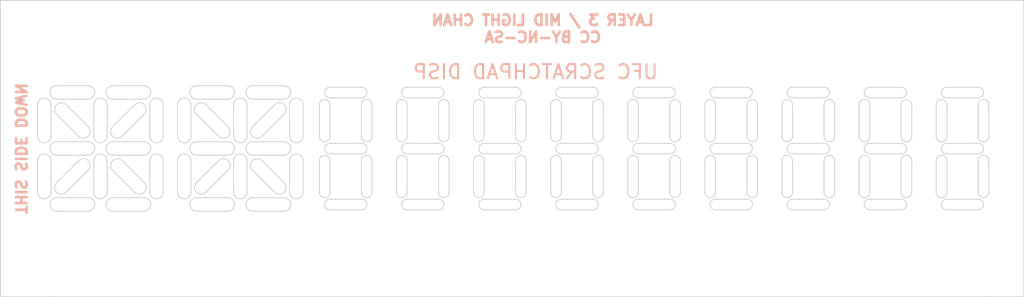
<source format=kicad_pcb>
(kicad_pcb (version 20171130) (host pcbnew "(5.1.9)-1")

  (general
    (thickness 1.6)
    (drawings 391)
    (tracks 0)
    (zones 0)
    (modules 0)
    (nets 1)
  )

  (page A4)
  (layers
    (0 F.Cu signal)
    (31 B.Cu signal)
    (32 B.Adhes user)
    (33 F.Adhes user)
    (34 B.Paste user)
    (35 F.Paste user)
    (36 B.SilkS user)
    (37 F.SilkS user)
    (38 B.Mask user)
    (39 F.Mask user)
    (40 Dwgs.User user)
    (41 Cmts.User user)
    (42 Eco1.User user)
    (43 Eco2.User user)
    (44 Edge.Cuts user)
    (45 Margin user)
    (46 B.CrtYd user)
    (47 F.CrtYd user)
    (48 B.Fab user)
    (49 F.Fab user)
  )

  (setup
    (last_trace_width 0.25)
    (user_trace_width 0.1524)
    (user_trace_width 0.2032)
    (user_trace_width 0.3048)
    (user_trace_width 0.4572)
    (user_trace_width 0.1524)
    (user_trace_width 0.2032)
    (user_trace_width 0.3048)
    (user_trace_width 0.4572)
    (user_trace_width 0.1524)
    (user_trace_width 0.2032)
    (user_trace_width 0.3048)
    (user_trace_width 0.4572)
    (user_trace_width 0.1524)
    (user_trace_width 0.2032)
    (user_trace_width 0.3048)
    (user_trace_width 0.4572)
    (user_trace_width 0.1524)
    (user_trace_width 0.2032)
    (user_trace_width 0.3048)
    (user_trace_width 0.4572)
    (user_trace_width 0.1524)
    (user_trace_width 0.2032)
    (user_trace_width 0.3048)
    (user_trace_width 0.4572)
    (user_trace_width 0.1524)
    (user_trace_width 0.2032)
    (user_trace_width 0.3048)
    (user_trace_width 0.4572)
    (user_trace_width 0.1524)
    (user_trace_width 0.2032)
    (user_trace_width 0.3048)
    (user_trace_width 0.4572)
    (user_trace_width 0.1524)
    (user_trace_width 0.2032)
    (user_trace_width 0.3048)
    (user_trace_width 0.4572)
    (user_trace_width 0.1524)
    (user_trace_width 0.2032)
    (user_trace_width 0.3048)
    (user_trace_width 0.4572)
    (user_trace_width 0.1524)
    (user_trace_width 0.2032)
    (user_trace_width 0.3048)
    (user_trace_width 0.4572)
    (user_trace_width 0.1524)
    (user_trace_width 0.2032)
    (user_trace_width 0.3048)
    (user_trace_width 0.4572)
    (user_trace_width 0.1524)
    (user_trace_width 0.2032)
    (user_trace_width 0.3048)
    (user_trace_width 0.4572)
    (user_trace_width 0.1524)
    (user_trace_width 0.2032)
    (user_trace_width 0.3048)
    (user_trace_width 0.4572)
    (user_trace_width 0.1524)
    (user_trace_width 0.2032)
    (user_trace_width 0.3048)
    (user_trace_width 0.4572)
    (user_trace_width 0.1524)
    (user_trace_width 0.2032)
    (user_trace_width 0.3048)
    (user_trace_width 0.4572)
    (user_trace_width 0.1524)
    (user_trace_width 0.2032)
    (user_trace_width 0.3048)
    (user_trace_width 0.4572)
    (user_trace_width 0.1524)
    (user_trace_width 0.2032)
    (user_trace_width 0.3048)
    (user_trace_width 0.4572)
    (user_trace_width 0.1524)
    (user_trace_width 0.2032)
    (user_trace_width 0.3048)
    (user_trace_width 0.4572)
    (user_trace_width 0.1524)
    (user_trace_width 0.2032)
    (user_trace_width 0.3048)
    (user_trace_width 0.4572)
    (user_trace_width 0.1524)
    (user_trace_width 0.2032)
    (user_trace_width 0.3048)
    (user_trace_width 0.4572)
    (user_trace_width 0.1524)
    (user_trace_width 0.2032)
    (user_trace_width 0.3048)
    (user_trace_width 0.4572)
    (user_trace_width 0.1524)
    (user_trace_width 0.2032)
    (user_trace_width 0.3048)
    (user_trace_width 0.4572)
    (user_trace_width 0.1524)
    (user_trace_width 0.2032)
    (user_trace_width 0.3048)
    (user_trace_width 0.4572)
    (trace_clearance 0.2)
    (zone_clearance 0.508)
    (zone_45_only no)
    (trace_min 0.127)
    (via_size 0.8)
    (via_drill 0.4)
    (via_min_size 0.45)
    (via_min_drill 0.2)
    (user_via 0.45 0.2)
    (user_via 0.45 0.2)
    (user_via 0.45 0.2)
    (user_via 0.45 0.2)
    (user_via 0.45 0.2)
    (user_via 0.45 0.2)
    (user_via 0.45 0.2)
    (user_via 0.45 0.2)
    (user_via 0.45 0.2)
    (user_via 0.45 0.2)
    (user_via 0.45 0.2)
    (user_via 0.45 0.2)
    (user_via 0.45 0.2)
    (user_via 0.45 0.2)
    (user_via 0.45 0.2)
    (user_via 0.45 0.2)
    (user_via 0.45 0.2)
    (user_via 0.45 0.2)
    (user_via 0.45 0.2)
    (user_via 0.45 0.2)
    (user_via 0.45 0.2)
    (user_via 0.45 0.2)
    (user_via 0.45 0.2)
    (user_via 0.45 0.2)
    (uvia_size 0.3)
    (uvia_drill 0.1)
    (uvias_allowed no)
    (uvia_min_size 0.2)
    (uvia_min_drill 0.1)
    (edge_width 0.05)
    (segment_width 0.2)
    (pcb_text_width 0.3)
    (pcb_text_size 1.5 1.5)
    (mod_edge_width 0.12)
    (mod_text_size 1 1)
    (mod_text_width 0.15)
    (pad_size 0.59 0.64)
    (pad_drill 0)
    (pad_to_mask_clearance 0.051)
    (solder_mask_min_width 0.25)
    (aux_axis_origin 147.6375 118.042)
    (grid_origin 147.6375 118.042)
    (visible_elements 7FFFF7DF)
    (pcbplotparams
      (layerselection 0x010fc_ffffffff)
      (usegerberextensions false)
      (usegerberattributes false)
      (usegerberadvancedattributes false)
      (creategerberjobfile true)
      (excludeedgelayer true)
      (linewidth 0.100000)
      (plotframeref false)
      (viasonmask false)
      (mode 1)
      (useauxorigin false)
      (hpglpennumber 1)
      (hpglpenspeed 20)
      (hpglpendiameter 15.000000)
      (psnegative false)
      (psa4output false)
      (plotreference true)
      (plotvalue true)
      (plotinvisibletext false)
      (padsonsilk false)
      (subtractmaskfromsilk false)
      (outputformat 1)
      (mirror false)
      (drillshape 0)
      (scaleselection 1)
      (outputdirectory "../Gerbers/Display layers/Scratchpad layer 3/"))
  )

  (net 0 "")

  (net_class Default "This is the default net class."
    (clearance 0.2)
    (trace_width 0.25)
    (via_dia 0.8)
    (via_drill 0.4)
    (uvia_dia 0.3)
    (uvia_drill 0.1)
  )

  (gr_arc (start 119.928618 89.038382) (end 120.198026 89.30779) (angle -180) (layer Edge.Cuts) (width 0.05) (tstamp 5FBF1AC9))
  (gr_line (start 115.225 96.484) (end 118.175 96.484) (layer Edge.Cuts) (width 0.05) (tstamp 60A062DC))
  (gr_line (start 115.225 79.684) (end 115.225 96.484) (layer Edge.Cuts) (width 0.05))
  (gr_line (start 139.375 79.684) (end 152.375 79.684) (layer Edge.Cuts) (width 0.05))
  (gr_line (start 173.175 96.484) (end 171.025 96.484) (layer Edge.Cuts) (width 0.05) (tstamp 60A062CF))
  (gr_line (start 173.175 79.684) (end 173.175 96.484) (layer Edge.Cuts) (width 0.05))
  (gr_line (start 118.175 96.484) (end 171.025 96.484) (layer Edge.Cuts) (width 0.05))
  (gr_line (start 152.375 79.684) (end 173.175 79.684) (layer Edge.Cuts) (width 0.05))
  (gr_line (start 115.225 79.684) (end 139.375 79.684) (layer Edge.Cuts) (width 0.05))
  (gr_text "THIS SIDE DOWN" (at 116.375 88.084 270) (layer B.SilkS) (tstamp 5FBEDFAE)
    (effects (font (size 0.6 0.6) (thickness 0.15)) (justify mirror))
  )
  (gr_text "UFC SCRATCHPAD DISP\n" (at 145.525 83.734) (layer B.SilkS) (tstamp 5FBEE532)
    (effects (font (size 0.8 0.8) (thickness 0.12)) (justify mirror))
  )
  (gr_text "LAYER 3 / MID LIGHT CHAN\nCC BY-NC-SA" (at 145.9375 81.292) (layer B.SilkS) (tstamp 5FBEE558)
    (effects (font (size 0.6 0.6) (thickness 0.15)) (justify mirror))
  )
  (gr_arc (start 170.606125 91.259) (end 170.606125 91.559) (angle -180) (layer Edge.Cuts) (width 0.05) (tstamp 5FBFA3D7))
  (gr_arc (start 166.240125 91.259) (end 166.240125 91.559) (angle -180) (layer Edge.Cuts) (width 0.05) (tstamp 5FBFA3D5))
  (gr_arc (start 161.874125 91.259) (end 161.874125 91.559) (angle -180) (layer Edge.Cuts) (width 0.05) (tstamp 5FBFA3D3))
  (gr_arc (start 157.508125 91.259) (end 157.508125 91.559) (angle -180) (layer Edge.Cuts) (width 0.05) (tstamp 5FBFA3D1))
  (gr_arc (start 153.142125 91.259) (end 153.142125 91.559) (angle -180) (layer Edge.Cuts) (width 0.05) (tstamp 5FBFA3CF))
  (gr_arc (start 148.776125 91.259) (end 148.776125 91.559) (angle -180) (layer Edge.Cuts) (width 0.05) (tstamp 5FBFA3CD))
  (gr_arc (start 144.410125 91.259) (end 144.410125 91.559) (angle -180) (layer Edge.Cuts) (width 0.05) (tstamp 5FBFA3CB))
  (gr_arc (start 140.044125 91.259) (end 140.044125 91.559) (angle -180) (layer Edge.Cuts) (width 0.05) (tstamp 5FBFA3C9))
  (gr_line (start 170.606125 84.609) (end 168.806125 84.609) (layer Edge.Cuts) (width 0.05) (tstamp 5FBFA3C6))
  (gr_line (start 166.240125 84.609) (end 164.440125 84.609) (layer Edge.Cuts) (width 0.05) (tstamp 5FBFA3C4))
  (gr_line (start 161.874125 84.609) (end 160.074125 84.609) (layer Edge.Cuts) (width 0.05) (tstamp 5FBFA3C2))
  (gr_line (start 157.508125 84.609) (end 155.708125 84.609) (layer Edge.Cuts) (width 0.05) (tstamp 5FBFA3C0))
  (gr_line (start 153.142125 84.609) (end 151.342125 84.609) (layer Edge.Cuts) (width 0.05) (tstamp 5FBFA3BE))
  (gr_line (start 148.776125 84.609) (end 146.976125 84.609) (layer Edge.Cuts) (width 0.05) (tstamp 5FBFA3BC))
  (gr_line (start 144.410125 84.609) (end 142.610125 84.609) (layer Edge.Cuts) (width 0.05) (tstamp 5FBFA3BA))
  (gr_line (start 140.044125 84.609) (end 138.244125 84.609) (layer Edge.Cuts) (width 0.05) (tstamp 5FBFA3B8))
  (gr_arc (start 170.606125 88.089) (end 170.606125 88.389) (angle -180) (layer Edge.Cuts) (width 0.05) (tstamp 5FBFA3B5))
  (gr_arc (start 166.240125 88.089) (end 166.240125 88.389) (angle -180) (layer Edge.Cuts) (width 0.05) (tstamp 5FBFA3B3))
  (gr_arc (start 161.874125 88.089) (end 161.874125 88.389) (angle -180) (layer Edge.Cuts) (width 0.05) (tstamp 5FBFA3B1))
  (gr_arc (start 157.508125 88.089) (end 157.508125 88.389) (angle -180) (layer Edge.Cuts) (width 0.05) (tstamp 5FBFA3AF))
  (gr_arc (start 153.142125 88.089) (end 153.142125 88.389) (angle -180) (layer Edge.Cuts) (width 0.05) (tstamp 5FBFA3AD))
  (gr_arc (start 148.776125 88.089) (end 148.776125 88.389) (angle -180) (layer Edge.Cuts) (width 0.05) (tstamp 5FBFA3AB))
  (gr_arc (start 144.410125 88.089) (end 144.410125 88.389) (angle -180) (layer Edge.Cuts) (width 0.05) (tstamp 5FBFA3A9))
  (gr_arc (start 140.044125 88.089) (end 140.044125 88.389) (angle -180) (layer Edge.Cuts) (width 0.05) (tstamp 5FBFA3A7))
  (gr_line (start 168.216125 85.599) (end 168.216125 87.399) (layer Edge.Cuts) (width 0.05) (tstamp 5FBFA393))
  (gr_line (start 163.850125 85.599) (end 163.850125 87.399) (layer Edge.Cuts) (width 0.05) (tstamp 5FBFA391))
  (gr_line (start 159.484125 85.599) (end 159.484125 87.399) (layer Edge.Cuts) (width 0.05) (tstamp 5FBFA38F))
  (gr_line (start 155.118125 85.599) (end 155.118125 87.399) (layer Edge.Cuts) (width 0.05) (tstamp 5FBFA38D))
  (gr_line (start 150.752125 85.599) (end 150.752125 87.399) (layer Edge.Cuts) (width 0.05) (tstamp 5FBFA38B))
  (gr_line (start 146.386125 85.599) (end 146.386125 87.399) (layer Edge.Cuts) (width 0.05) (tstamp 5FBFA389))
  (gr_line (start 142.020125 85.599) (end 142.020125 87.399) (layer Edge.Cuts) (width 0.05) (tstamp 5FBFA387))
  (gr_line (start 137.654125 85.599) (end 137.654125 87.399) (layer Edge.Cuts) (width 0.05) (tstamp 5FBFA385))
  (gr_line (start 171.196125 87.399) (end 171.196125 85.599) (layer Edge.Cuts) (width 0.05) (tstamp 5FBFA382))
  (gr_line (start 166.830125 87.399) (end 166.830125 85.599) (layer Edge.Cuts) (width 0.05) (tstamp 5FBFA380))
  (gr_line (start 162.464125 87.399) (end 162.464125 85.599) (layer Edge.Cuts) (width 0.05) (tstamp 5FBFA37E))
  (gr_line (start 158.098125 87.399) (end 158.098125 85.599) (layer Edge.Cuts) (width 0.05) (tstamp 5FBFA37C))
  (gr_line (start 153.732125 87.399) (end 153.732125 85.599) (layer Edge.Cuts) (width 0.05) (tstamp 5FBFA37A))
  (gr_line (start 149.366125 87.399) (end 149.366125 85.599) (layer Edge.Cuts) (width 0.05) (tstamp 5FBFA378))
  (gr_line (start 145.000125 87.399) (end 145.000125 85.599) (layer Edge.Cuts) (width 0.05) (tstamp 5FBFA376))
  (gr_line (start 140.634125 87.399) (end 140.634125 85.599) (layer Edge.Cuts) (width 0.05) (tstamp 5FBFA374))
  (gr_arc (start 170.896125 90.569) (end 170.596125 90.569) (angle -180) (layer Edge.Cuts) (width 0.05) (tstamp 5FBFA371))
  (gr_arc (start 166.530125 90.569) (end 166.230125 90.569) (angle -180) (layer Edge.Cuts) (width 0.05) (tstamp 5FBFA36F))
  (gr_arc (start 162.164125 90.569) (end 161.864125 90.569) (angle -180) (layer Edge.Cuts) (width 0.05) (tstamp 5FBFA36D))
  (gr_arc (start 157.798125 90.569) (end 157.498125 90.569) (angle -180) (layer Edge.Cuts) (width 0.05) (tstamp 5FBFA36B))
  (gr_arc (start 153.432125 90.569) (end 153.132125 90.569) (angle -180) (layer Edge.Cuts) (width 0.05) (tstamp 5FBFA369))
  (gr_arc (start 149.066125 90.569) (end 148.766125 90.569) (angle -180) (layer Edge.Cuts) (width 0.05) (tstamp 5FBFA367))
  (gr_arc (start 144.700125 90.569) (end 144.400125 90.569) (angle -180) (layer Edge.Cuts) (width 0.05) (tstamp 5FBFA365))
  (gr_arc (start 140.334125 90.569) (end 140.034125 90.569) (angle -180) (layer Edge.Cuts) (width 0.05) (tstamp 5FBFA363))
  (gr_line (start 168.806125 88.389) (end 170.606125 88.389) (layer Edge.Cuts) (width 0.05) (tstamp 5FBFA33E))
  (gr_line (start 164.440125 88.389) (end 166.240125 88.389) (layer Edge.Cuts) (width 0.05) (tstamp 5FBFA33C))
  (gr_line (start 160.074125 88.389) (end 161.874125 88.389) (layer Edge.Cuts) (width 0.05) (tstamp 5FBFA33A))
  (gr_line (start 155.708125 88.389) (end 157.508125 88.389) (layer Edge.Cuts) (width 0.05) (tstamp 5FBFA338))
  (gr_line (start 151.342125 88.389) (end 153.142125 88.389) (layer Edge.Cuts) (width 0.05) (tstamp 5FBFA336))
  (gr_line (start 146.976125 88.389) (end 148.776125 88.389) (layer Edge.Cuts) (width 0.05) (tstamp 5FBFA334))
  (gr_line (start 142.610125 88.389) (end 144.410125 88.389) (layer Edge.Cuts) (width 0.05) (tstamp 5FBFA332))
  (gr_line (start 138.244125 88.389) (end 140.044125 88.389) (layer Edge.Cuts) (width 0.05) (tstamp 5FBFA330))
  (gr_line (start 168.816125 90.569) (end 168.816125 88.769) (layer Edge.Cuts) (width 0.05) (tstamp 5FBFA32D))
  (gr_line (start 164.450125 90.569) (end 164.450125 88.769) (layer Edge.Cuts) (width 0.05) (tstamp 5FBFA32B))
  (gr_line (start 160.084125 90.569) (end 160.084125 88.769) (layer Edge.Cuts) (width 0.05) (tstamp 5FBFA329))
  (gr_line (start 155.718125 90.569) (end 155.718125 88.769) (layer Edge.Cuts) (width 0.05) (tstamp 5FBFA327))
  (gr_line (start 151.352125 90.569) (end 151.352125 88.769) (layer Edge.Cuts) (width 0.05) (tstamp 5FBFA325))
  (gr_line (start 146.986125 90.569) (end 146.986125 88.769) (layer Edge.Cuts) (width 0.05) (tstamp 5FBFA323))
  (gr_line (start 142.620125 90.569) (end 142.620125 88.769) (layer Edge.Cuts) (width 0.05) (tstamp 5FBFA321))
  (gr_line (start 138.254125 90.569) (end 138.254125 88.769) (layer Edge.Cuts) (width 0.05) (tstamp 5FBFA31F))
  (gr_arc (start 168.516125 90.569) (end 168.216125 90.569) (angle -180) (layer Edge.Cuts) (width 0.05) (tstamp 5FBFA31C))
  (gr_arc (start 164.150125 90.569) (end 163.850125 90.569) (angle -180) (layer Edge.Cuts) (width 0.05) (tstamp 5FBFA31A))
  (gr_arc (start 159.784125 90.569) (end 159.484125 90.569) (angle -180) (layer Edge.Cuts) (width 0.05) (tstamp 5FBFA318))
  (gr_arc (start 155.418125 90.569) (end 155.118125 90.569) (angle -180) (layer Edge.Cuts) (width 0.05) (tstamp 5FBFA316))
  (gr_arc (start 151.052125 90.569) (end 150.752125 90.569) (angle -180) (layer Edge.Cuts) (width 0.05) (tstamp 5FBFA314))
  (gr_arc (start 146.686125 90.569) (end 146.386125 90.569) (angle -180) (layer Edge.Cuts) (width 0.05) (tstamp 5FBFA312))
  (gr_arc (start 142.320125 90.569) (end 142.020125 90.569) (angle -180) (layer Edge.Cuts) (width 0.05) (tstamp 5FBFA310))
  (gr_arc (start 137.954125 90.569) (end 137.654125 90.569) (angle -180) (layer Edge.Cuts) (width 0.05) (tstamp 5FBFA30E))
  (gr_arc (start 170.606125 84.909) (end 170.606125 85.209) (angle -180) (layer Edge.Cuts) (width 0.05) (tstamp 5FBFA30B))
  (gr_arc (start 166.240125 84.909) (end 166.240125 85.209) (angle -180) (layer Edge.Cuts) (width 0.05) (tstamp 5FBFA309))
  (gr_arc (start 161.874125 84.909) (end 161.874125 85.209) (angle -180) (layer Edge.Cuts) (width 0.05) (tstamp 5FBFA307))
  (gr_arc (start 157.508125 84.909) (end 157.508125 85.209) (angle -180) (layer Edge.Cuts) (width 0.05) (tstamp 5FBFA305))
  (gr_arc (start 153.142125 84.909) (end 153.142125 85.209) (angle -180) (layer Edge.Cuts) (width 0.05) (tstamp 5FBFA303))
  (gr_arc (start 148.776125 84.909) (end 148.776125 85.209) (angle -180) (layer Edge.Cuts) (width 0.05) (tstamp 5FBFA301))
  (gr_arc (start 144.410125 84.909) (end 144.410125 85.209) (angle -180) (layer Edge.Cuts) (width 0.05) (tstamp 5FBFA2FF))
  (gr_arc (start 140.044125 84.909) (end 140.044125 85.209) (angle -180) (layer Edge.Cuts) (width 0.05) (tstamp 5FBFA2FD))
  (gr_arc (start 168.516125 87.399) (end 168.216125 87.399) (angle -180) (layer Edge.Cuts) (width 0.05) (tstamp 5FBFA2FA))
  (gr_arc (start 164.150125 87.399) (end 163.850125 87.399) (angle -180) (layer Edge.Cuts) (width 0.05) (tstamp 5FBFA2F8))
  (gr_arc (start 159.784125 87.399) (end 159.484125 87.399) (angle -180) (layer Edge.Cuts) (width 0.05) (tstamp 5FBFA2F6))
  (gr_arc (start 155.418125 87.399) (end 155.118125 87.399) (angle -180) (layer Edge.Cuts) (width 0.05) (tstamp 5FBFA2F4))
  (gr_arc (start 151.052125 87.399) (end 150.752125 87.399) (angle -180) (layer Edge.Cuts) (width 0.05) (tstamp 5FBFA2F2))
  (gr_arc (start 146.686125 87.399) (end 146.386125 87.399) (angle -180) (layer Edge.Cuts) (width 0.05) (tstamp 5FBFA2F0))
  (gr_arc (start 142.320125 87.399) (end 142.020125 87.399) (angle -180) (layer Edge.Cuts) (width 0.05) (tstamp 5FBFA2EE))
  (gr_arc (start 137.954125 87.399) (end 137.654125 87.399) (angle -180) (layer Edge.Cuts) (width 0.05) (tstamp 5FBFA2EC))
  (gr_line (start 171.196125 90.569) (end 171.196125 88.769) (layer Edge.Cuts) (width 0.05) (tstamp 5FBFA2E9))
  (gr_line (start 166.830125 90.569) (end 166.830125 88.769) (layer Edge.Cuts) (width 0.05) (tstamp 5FBFA2E7))
  (gr_line (start 162.464125 90.569) (end 162.464125 88.769) (layer Edge.Cuts) (width 0.05) (tstamp 5FBFA2E5))
  (gr_line (start 158.098125 90.569) (end 158.098125 88.769) (layer Edge.Cuts) (width 0.05) (tstamp 5FBFA2E3))
  (gr_line (start 153.732125 90.569) (end 153.732125 88.769) (layer Edge.Cuts) (width 0.05) (tstamp 5FBFA2E1))
  (gr_line (start 149.366125 90.569) (end 149.366125 88.769) (layer Edge.Cuts) (width 0.05) (tstamp 5FBFA2DF))
  (gr_line (start 145.000125 90.569) (end 145.000125 88.769) (layer Edge.Cuts) (width 0.05) (tstamp 5FBFA2DD))
  (gr_line (start 140.634125 90.569) (end 140.634125 88.769) (layer Edge.Cuts) (width 0.05) (tstamp 5FBFA2DB))
  (gr_arc (start 168.806125 91.259) (end 168.806125 90.959) (angle -180) (layer Edge.Cuts) (width 0.05) (tstamp 5FBFA2D8))
  (gr_arc (start 164.440125 91.259) (end 164.440125 90.959) (angle -180) (layer Edge.Cuts) (width 0.05) (tstamp 5FBFA2D6))
  (gr_arc (start 160.074125 91.259) (end 160.074125 90.959) (angle -180) (layer Edge.Cuts) (width 0.05) (tstamp 5FBFA2D4))
  (gr_arc (start 155.708125 91.259) (end 155.708125 90.959) (angle -180) (layer Edge.Cuts) (width 0.05) (tstamp 5FBFA2D2))
  (gr_arc (start 151.342125 91.259) (end 151.342125 90.959) (angle -180) (layer Edge.Cuts) (width 0.05) (tstamp 5FBFA2D0))
  (gr_arc (start 146.976125 91.259) (end 146.976125 90.959) (angle -180) (layer Edge.Cuts) (width 0.05) (tstamp 5FBFA2CE))
  (gr_arc (start 142.610125 91.259) (end 142.610125 90.959) (angle -180) (layer Edge.Cuts) (width 0.05) (tstamp 5FBFA2CC))
  (gr_arc (start 138.244125 91.259) (end 138.244125 90.959) (angle -180) (layer Edge.Cuts) (width 0.05) (tstamp 5FBFA2CA))
  (gr_line (start 168.806125 91.559) (end 170.606125 91.559) (layer Edge.Cuts) (width 0.05) (tstamp 5FBFA2C7))
  (gr_line (start 164.440125 91.559) (end 166.240125 91.559) (layer Edge.Cuts) (width 0.05) (tstamp 5FBFA2C5))
  (gr_line (start 160.074125 91.559) (end 161.874125 91.559) (layer Edge.Cuts) (width 0.05) (tstamp 5FBFA2C3))
  (gr_line (start 155.708125 91.559) (end 157.508125 91.559) (layer Edge.Cuts) (width 0.05) (tstamp 5FBFA2C1))
  (gr_line (start 151.342125 91.559) (end 153.142125 91.559) (layer Edge.Cuts) (width 0.05) (tstamp 5FBFA2BF))
  (gr_line (start 146.976125 91.559) (end 148.776125 91.559) (layer Edge.Cuts) (width 0.05) (tstamp 5FBFA2BD))
  (gr_line (start 142.610125 91.559) (end 144.410125 91.559) (layer Edge.Cuts) (width 0.05) (tstamp 5FBFA2BB))
  (gr_line (start 138.244125 91.559) (end 140.044125 91.559) (layer Edge.Cuts) (width 0.05) (tstamp 5FBFA2B9))
  (gr_arc (start 168.516125 85.599) (end 168.816125 85.599) (angle -180) (layer Edge.Cuts) (width 0.05) (tstamp 5FBFA2B6))
  (gr_arc (start 164.150125 85.599) (end 164.450125 85.599) (angle -180) (layer Edge.Cuts) (width 0.05) (tstamp 5FBFA2B4))
  (gr_arc (start 159.784125 85.599) (end 160.084125 85.599) (angle -180) (layer Edge.Cuts) (width 0.05) (tstamp 5FBFA2B2))
  (gr_arc (start 155.418125 85.599) (end 155.718125 85.599) (angle -180) (layer Edge.Cuts) (width 0.05) (tstamp 5FBFA2B0))
  (gr_arc (start 151.052125 85.599) (end 151.352125 85.599) (angle -180) (layer Edge.Cuts) (width 0.05) (tstamp 5FBFA2AE))
  (gr_arc (start 146.686125 85.599) (end 146.986125 85.599) (angle -180) (layer Edge.Cuts) (width 0.05) (tstamp 5FBFA2AC))
  (gr_arc (start 142.320125 85.599) (end 142.620125 85.599) (angle -180) (layer Edge.Cuts) (width 0.05) (tstamp 5FBFA2AA))
  (gr_arc (start 137.954125 85.599) (end 138.254125 85.599) (angle -180) (layer Edge.Cuts) (width 0.05) (tstamp 5FBFA2A8))
  (gr_line (start 170.596125 85.599) (end 170.596125 87.399) (layer Edge.Cuts) (width 0.05) (tstamp 5FBFA2A5))
  (gr_line (start 166.230125 85.599) (end 166.230125 87.399) (layer Edge.Cuts) (width 0.05) (tstamp 5FBFA2A3))
  (gr_line (start 161.864125 85.599) (end 161.864125 87.399) (layer Edge.Cuts) (width 0.05) (tstamp 5FBFA2A1))
  (gr_line (start 157.498125 85.599) (end 157.498125 87.399) (layer Edge.Cuts) (width 0.05) (tstamp 5FBFA29F))
  (gr_line (start 153.132125 85.599) (end 153.132125 87.399) (layer Edge.Cuts) (width 0.05) (tstamp 5FBFA29D))
  (gr_line (start 148.766125 85.599) (end 148.766125 87.399) (layer Edge.Cuts) (width 0.05) (tstamp 5FBFA29B))
  (gr_line (start 144.400125 85.599) (end 144.400125 87.399) (layer Edge.Cuts) (width 0.05) (tstamp 5FBFA299))
  (gr_line (start 140.034125 85.599) (end 140.034125 87.399) (layer Edge.Cuts) (width 0.05) (tstamp 5FBFA297))
  (gr_arc (start 170.896125 87.399) (end 170.596125 87.399) (angle -180) (layer Edge.Cuts) (width 0.05) (tstamp 5FBFA283))
  (gr_arc (start 166.530125 87.399) (end 166.230125 87.399) (angle -180) (layer Edge.Cuts) (width 0.05) (tstamp 5FBFA281))
  (gr_arc (start 162.164125 87.399) (end 161.864125 87.399) (angle -180) (layer Edge.Cuts) (width 0.05) (tstamp 5FBFA27F))
  (gr_arc (start 157.798125 87.399) (end 157.498125 87.399) (angle -180) (layer Edge.Cuts) (width 0.05) (tstamp 5FBFA27D))
  (gr_arc (start 153.432125 87.399) (end 153.132125 87.399) (angle -180) (layer Edge.Cuts) (width 0.05) (tstamp 5FBFA27B))
  (gr_arc (start 149.066125 87.399) (end 148.766125 87.399) (angle -180) (layer Edge.Cuts) (width 0.05) (tstamp 5FBFA279))
  (gr_arc (start 144.700125 87.399) (end 144.400125 87.399) (angle -180) (layer Edge.Cuts) (width 0.05) (tstamp 5FBFA277))
  (gr_arc (start 140.334125 87.399) (end 140.034125 87.399) (angle -180) (layer Edge.Cuts) (width 0.05) (tstamp 5FBFA275))
  (gr_arc (start 168.806125 88.089) (end 168.806125 87.789) (angle -180) (layer Edge.Cuts) (width 0.05) (tstamp 5FBFA272))
  (gr_arc (start 164.440125 88.089) (end 164.440125 87.789) (angle -180) (layer Edge.Cuts) (width 0.05) (tstamp 5FBFA270))
  (gr_arc (start 160.074125 88.089) (end 160.074125 87.789) (angle -180) (layer Edge.Cuts) (width 0.05) (tstamp 5FBFA26E))
  (gr_arc (start 155.708125 88.089) (end 155.708125 87.789) (angle -180) (layer Edge.Cuts) (width 0.05) (tstamp 5FBFA26C))
  (gr_arc (start 151.342125 88.089) (end 151.342125 87.789) (angle -180) (layer Edge.Cuts) (width 0.05) (tstamp 5FBFA26A))
  (gr_arc (start 146.976125 88.089) (end 146.976125 87.789) (angle -180) (layer Edge.Cuts) (width 0.05) (tstamp 5FBFA268))
  (gr_arc (start 142.610125 88.089) (end 142.610125 87.789) (angle -180) (layer Edge.Cuts) (width 0.05) (tstamp 5FBFA266))
  (gr_arc (start 138.244125 88.089) (end 138.244125 87.789) (angle -180) (layer Edge.Cuts) (width 0.05) (tstamp 5FBFA264))
  (gr_arc (start 170.896125 88.769) (end 171.196125 88.769) (angle -180) (layer Edge.Cuts) (width 0.05) (tstamp 5FBFA261))
  (gr_arc (start 166.530125 88.769) (end 166.830125 88.769) (angle -180) (layer Edge.Cuts) (width 0.05) (tstamp 5FBFA25F))
  (gr_arc (start 162.164125 88.769) (end 162.464125 88.769) (angle -180) (layer Edge.Cuts) (width 0.05) (tstamp 5FBFA25D))
  (gr_arc (start 157.798125 88.769) (end 158.098125 88.769) (angle -180) (layer Edge.Cuts) (width 0.05) (tstamp 5FBFA25B))
  (gr_arc (start 153.432125 88.769) (end 153.732125 88.769) (angle -180) (layer Edge.Cuts) (width 0.05) (tstamp 5FBFA259))
  (gr_arc (start 149.066125 88.769) (end 149.366125 88.769) (angle -180) (layer Edge.Cuts) (width 0.05) (tstamp 5FBFA257))
  (gr_arc (start 144.700125 88.769) (end 145.000125 88.769) (angle -180) (layer Edge.Cuts) (width 0.05) (tstamp 5FBFA255))
  (gr_arc (start 140.334125 88.769) (end 140.634125 88.769) (angle -180) (layer Edge.Cuts) (width 0.05) (tstamp 5FBFA253))
  (gr_line (start 170.606125 90.959) (end 168.806125 90.959) (layer Edge.Cuts) (width 0.05) (tstamp 5FBFA250))
  (gr_line (start 166.240125 90.959) (end 164.440125 90.959) (layer Edge.Cuts) (width 0.05) (tstamp 5FBFA24E))
  (gr_line (start 161.874125 90.959) (end 160.074125 90.959) (layer Edge.Cuts) (width 0.05) (tstamp 5FBFA24C))
  (gr_line (start 157.508125 90.959) (end 155.708125 90.959) (layer Edge.Cuts) (width 0.05) (tstamp 5FBFA24A))
  (gr_line (start 153.142125 90.959) (end 151.342125 90.959) (layer Edge.Cuts) (width 0.05) (tstamp 5FBFA248))
  (gr_line (start 148.776125 90.959) (end 146.976125 90.959) (layer Edge.Cuts) (width 0.05) (tstamp 5FBFA246))
  (gr_line (start 144.410125 90.959) (end 142.610125 90.959) (layer Edge.Cuts) (width 0.05) (tstamp 5FBFA244))
  (gr_line (start 140.044125 90.959) (end 138.244125 90.959) (layer Edge.Cuts) (width 0.05) (tstamp 5FBFA242))
  (gr_arc (start 168.516125 88.769) (end 168.816125 88.769) (angle -180) (layer Edge.Cuts) (width 0.05) (tstamp 5FBFA23F))
  (gr_arc (start 164.150125 88.769) (end 164.450125 88.769) (angle -180) (layer Edge.Cuts) (width 0.05) (tstamp 5FBFA23D))
  (gr_arc (start 159.784125 88.769) (end 160.084125 88.769) (angle -180) (layer Edge.Cuts) (width 0.05) (tstamp 5FBFA23B))
  (gr_arc (start 155.418125 88.769) (end 155.718125 88.769) (angle -180) (layer Edge.Cuts) (width 0.05) (tstamp 5FBFA239))
  (gr_arc (start 151.052125 88.769) (end 151.352125 88.769) (angle -180) (layer Edge.Cuts) (width 0.05) (tstamp 5FBFA237))
  (gr_arc (start 146.686125 88.769) (end 146.986125 88.769) (angle -180) (layer Edge.Cuts) (width 0.05) (tstamp 5FBFA235))
  (gr_arc (start 142.320125 88.769) (end 142.620125 88.769) (angle -180) (layer Edge.Cuts) (width 0.05) (tstamp 5FBFA233))
  (gr_arc (start 137.954125 88.769) (end 138.254125 88.769) (angle -180) (layer Edge.Cuts) (width 0.05) (tstamp 5FBFA231))
  (gr_line (start 168.816125 87.399) (end 168.816125 85.599) (layer Edge.Cuts) (width 0.05) (tstamp 5FBFA22E))
  (gr_line (start 164.450125 87.399) (end 164.450125 85.599) (layer Edge.Cuts) (width 0.05) (tstamp 5FBFA22C))
  (gr_line (start 160.084125 87.399) (end 160.084125 85.599) (layer Edge.Cuts) (width 0.05) (tstamp 5FBFA22A))
  (gr_line (start 155.718125 87.399) (end 155.718125 85.599) (layer Edge.Cuts) (width 0.05) (tstamp 5FBFA228))
  (gr_line (start 151.352125 87.399) (end 151.352125 85.599) (layer Edge.Cuts) (width 0.05) (tstamp 5FBFA226))
  (gr_line (start 146.986125 87.399) (end 146.986125 85.599) (layer Edge.Cuts) (width 0.05) (tstamp 5FBFA224))
  (gr_line (start 142.620125 87.399) (end 142.620125 85.599) (layer Edge.Cuts) (width 0.05) (tstamp 5FBFA222))
  (gr_line (start 138.254125 87.399) (end 138.254125 85.599) (layer Edge.Cuts) (width 0.05) (tstamp 5FBFA220))
  (gr_line (start 168.216125 88.769) (end 168.216125 90.569) (layer Edge.Cuts) (width 0.05) (tstamp 5FBFA21D))
  (gr_line (start 163.850125 88.769) (end 163.850125 90.569) (layer Edge.Cuts) (width 0.05) (tstamp 5FBFA21B))
  (gr_line (start 159.484125 88.769) (end 159.484125 90.569) (layer Edge.Cuts) (width 0.05) (tstamp 5FBFA219))
  (gr_line (start 155.118125 88.769) (end 155.118125 90.569) (layer Edge.Cuts) (width 0.05) (tstamp 5FBFA217))
  (gr_line (start 150.752125 88.769) (end 150.752125 90.569) (layer Edge.Cuts) (width 0.05) (tstamp 5FBFA215))
  (gr_line (start 146.386125 88.769) (end 146.386125 90.569) (layer Edge.Cuts) (width 0.05) (tstamp 5FBFA213))
  (gr_line (start 142.020125 88.769) (end 142.020125 90.569) (layer Edge.Cuts) (width 0.05) (tstamp 5FBFA211))
  (gr_line (start 137.654125 88.769) (end 137.654125 90.569) (layer Edge.Cuts) (width 0.05) (tstamp 5FBFA20F))
  (gr_arc (start 170.896125 85.599) (end 171.196125 85.599) (angle -180) (layer Edge.Cuts) (width 0.05) (tstamp 5FBFA20C))
  (gr_arc (start 166.530125 85.599) (end 166.830125 85.599) (angle -180) (layer Edge.Cuts) (width 0.05) (tstamp 5FBFA20A))
  (gr_arc (start 162.164125 85.599) (end 162.464125 85.599) (angle -180) (layer Edge.Cuts) (width 0.05) (tstamp 5FBFA208))
  (gr_arc (start 157.798125 85.599) (end 158.098125 85.599) (angle -180) (layer Edge.Cuts) (width 0.05) (tstamp 5FBFA206))
  (gr_arc (start 153.432125 85.599) (end 153.732125 85.599) (angle -180) (layer Edge.Cuts) (width 0.05) (tstamp 5FBFA204))
  (gr_arc (start 149.066125 85.599) (end 149.366125 85.599) (angle -180) (layer Edge.Cuts) (width 0.05) (tstamp 5FBFA202))
  (gr_arc (start 144.700125 85.599) (end 145.000125 85.599) (angle -180) (layer Edge.Cuts) (width 0.05) (tstamp 5FBFA200))
  (gr_arc (start 140.334125 85.599) (end 140.634125 85.599) (angle -180) (layer Edge.Cuts) (width 0.05) (tstamp 5FBFA1FE))
  (gr_line (start 170.596125 88.769) (end 170.596125 90.569) (layer Edge.Cuts) (width 0.05) (tstamp 5FBFA1FB))
  (gr_line (start 166.230125 88.769) (end 166.230125 90.569) (layer Edge.Cuts) (width 0.05) (tstamp 5FBFA1F9))
  (gr_line (start 161.864125 88.769) (end 161.864125 90.569) (layer Edge.Cuts) (width 0.05) (tstamp 5FBFA1F7))
  (gr_line (start 157.498125 88.769) (end 157.498125 90.569) (layer Edge.Cuts) (width 0.05) (tstamp 5FBFA1F5))
  (gr_line (start 153.132125 88.769) (end 153.132125 90.569) (layer Edge.Cuts) (width 0.05) (tstamp 5FBFA1F3))
  (gr_line (start 148.766125 88.769) (end 148.766125 90.569) (layer Edge.Cuts) (width 0.05) (tstamp 5FBFA1F1))
  (gr_line (start 144.400125 88.769) (end 144.400125 90.569) (layer Edge.Cuts) (width 0.05) (tstamp 5FBFA1EF))
  (gr_line (start 140.034125 88.769) (end 140.034125 90.569) (layer Edge.Cuts) (width 0.05) (tstamp 5FBFA1ED))
  (gr_arc (start 168.806125 84.909) (end 168.806125 84.609) (angle -180) (layer Edge.Cuts) (width 0.05) (tstamp 5FBFA1EA))
  (gr_arc (start 164.440125 84.909) (end 164.440125 84.609) (angle -180) (layer Edge.Cuts) (width 0.05) (tstamp 5FBFA1E8))
  (gr_arc (start 160.074125 84.909) (end 160.074125 84.609) (angle -180) (layer Edge.Cuts) (width 0.05) (tstamp 5FBFA1E6))
  (gr_arc (start 155.708125 84.909) (end 155.708125 84.609) (angle -180) (layer Edge.Cuts) (width 0.05) (tstamp 5FBFA1E4))
  (gr_arc (start 151.342125 84.909) (end 151.342125 84.609) (angle -180) (layer Edge.Cuts) (width 0.05) (tstamp 5FBFA1E2))
  (gr_arc (start 146.976125 84.909) (end 146.976125 84.609) (angle -180) (layer Edge.Cuts) (width 0.05) (tstamp 5FBFA1E0))
  (gr_arc (start 142.610125 84.909) (end 142.610125 84.609) (angle -180) (layer Edge.Cuts) (width 0.05) (tstamp 5FBFA1DE))
  (gr_arc (start 138.244125 84.909) (end 138.244125 84.609) (angle -180) (layer Edge.Cuts) (width 0.05) (tstamp 5FBFA1DC))
  (gr_line (start 170.606125 87.789) (end 168.806125 87.789) (layer Edge.Cuts) (width 0.05) (tstamp 5FBFA1D9))
  (gr_line (start 166.240125 87.789) (end 164.440125 87.789) (layer Edge.Cuts) (width 0.05) (tstamp 5FBFA1D7))
  (gr_line (start 161.874125 87.789) (end 160.074125 87.789) (layer Edge.Cuts) (width 0.05) (tstamp 5FBFA1D5))
  (gr_line (start 157.508125 87.789) (end 155.708125 87.789) (layer Edge.Cuts) (width 0.05) (tstamp 5FBFA1D3))
  (gr_line (start 153.142125 87.789) (end 151.342125 87.789) (layer Edge.Cuts) (width 0.05) (tstamp 5FBFA1D1))
  (gr_line (start 148.776125 87.789) (end 146.976125 87.789) (layer Edge.Cuts) (width 0.05) (tstamp 5FBFA1CF))
  (gr_line (start 144.410125 87.789) (end 142.610125 87.789) (layer Edge.Cuts) (width 0.05) (tstamp 5FBFA1CD))
  (gr_line (start 140.044125 87.789) (end 138.244125 87.789) (layer Edge.Cuts) (width 0.05) (tstamp 5FBFA1CB))
  (gr_line (start 168.806125 85.209) (end 170.606125 85.209) (layer Edge.Cuts) (width 0.05) (tstamp 5FBFA1C8))
  (gr_line (start 164.440125 85.209) (end 166.240125 85.209) (layer Edge.Cuts) (width 0.05) (tstamp 5FBFA1C6))
  (gr_line (start 160.074125 85.209) (end 161.874125 85.209) (layer Edge.Cuts) (width 0.05) (tstamp 5FBFA1C4))
  (gr_line (start 155.708125 85.209) (end 157.508125 85.209) (layer Edge.Cuts) (width 0.05) (tstamp 5FBFA1C2))
  (gr_line (start 151.342125 85.209) (end 153.142125 85.209) (layer Edge.Cuts) (width 0.05) (tstamp 5FBFA1C0))
  (gr_line (start 146.976125 85.209) (end 148.776125 85.209) (layer Edge.Cuts) (width 0.05) (tstamp 5FBFA1BE))
  (gr_line (start 142.610125 85.209) (end 144.410125 85.209) (layer Edge.Cuts) (width 0.05) (tstamp 5FBFA1BC))
  (gr_line (start 138.244125 85.209) (end 140.044125 85.209) (layer Edge.Cuts) (width 0.05) (tstamp 5FBFA1BA))
  (gr_arc (start 133.588125 90.569) (end 133.288125 90.569) (angle -180) (layer Edge.Cuts) (width 0.05) (tstamp 5FBFA13A))
  (gr_arc (start 133.588125 88.769) (end 133.888125 88.769) (angle -180) (layer Edge.Cuts) (width 0.05) (tstamp 5FBFA139))
  (gr_line (start 133.888125 90.569) (end 133.888125 88.769) (layer Edge.Cuts) (width 0.05) (tstamp 5FBFA138))
  (gr_line (start 133.288125 88.769) (end 133.288125 90.569) (layer Edge.Cuts) (width 0.05) (tstamp 5FBFA137))
  (gr_arc (start 135.968125 90.569) (end 135.668125 90.569) (angle -180) (layer Edge.Cuts) (width 0.05) (tstamp 5FBFA13A))
  (gr_arc (start 135.968125 88.769) (end 136.268125 88.769) (angle -180) (layer Edge.Cuts) (width 0.05) (tstamp 5FBFA139))
  (gr_line (start 136.268125 90.569) (end 136.268125 88.769) (layer Edge.Cuts) (width 0.05) (tstamp 5FBFA138))
  (gr_line (start 135.668125 88.769) (end 135.668125 90.569) (layer Edge.Cuts) (width 0.05) (tstamp 5FBFA137))
  (gr_arc (start 135.968125 87.399) (end 135.668125 87.399) (angle -180) (layer Edge.Cuts) (width 0.05) (tstamp 5FBFA13A))
  (gr_arc (start 135.968125 85.599) (end 136.268125 85.599) (angle -180) (layer Edge.Cuts) (width 0.05) (tstamp 5FBFA139))
  (gr_line (start 136.268125 87.399) (end 136.268125 85.599) (layer Edge.Cuts) (width 0.05) (tstamp 5FBFA138))
  (gr_line (start 135.668125 85.599) (end 135.668125 87.399) (layer Edge.Cuts) (width 0.05) (tstamp 5FBFA137))
  (gr_arc (start 133.588125 87.399) (end 133.288125 87.399) (angle -180) (layer Edge.Cuts) (width 0.05) (tstamp 5FBFA13A))
  (gr_arc (start 133.588125 85.599) (end 133.888125 85.599) (angle -180) (layer Edge.Cuts) (width 0.05) (tstamp 5FBFA139))
  (gr_line (start 133.888125 87.399) (end 133.888125 85.599) (layer Edge.Cuts) (width 0.05) (tstamp 5FBFA138))
  (gr_line (start 133.288125 85.599) (end 133.288125 87.399) (layer Edge.Cuts) (width 0.05) (tstamp 5FBFA137))
  (gr_arc (start 133.878125 91.259) (end 133.878125 90.959) (angle -180) (layer Edge.Cuts) (width 0.05) (tstamp 5FBFA13A))
  (gr_arc (start 135.678125 91.259) (end 135.678125 91.559) (angle -180) (layer Edge.Cuts) (width 0.05) (tstamp 5FBFA139))
  (gr_line (start 133.878125 91.559) (end 135.678125 91.559) (layer Edge.Cuts) (width 0.05) (tstamp 5FBFA138))
  (gr_line (start 135.678125 90.959) (end 133.878125 90.959) (layer Edge.Cuts) (width 0.05) (tstamp 5FBFA137))
  (gr_arc (start 133.878125 88.089) (end 133.878125 87.789) (angle -180) (layer Edge.Cuts) (width 0.05) (tstamp 5FBFA13A))
  (gr_arc (start 135.678125 88.089) (end 135.678125 88.389) (angle -180) (layer Edge.Cuts) (width 0.05) (tstamp 5FBFA139))
  (gr_line (start 133.878125 88.389) (end 135.678125 88.389) (layer Edge.Cuts) (width 0.05) (tstamp 5FBFA138))
  (gr_line (start 135.678125 87.789) (end 133.878125 87.789) (layer Edge.Cuts) (width 0.05) (tstamp 5FBFA137))
  (gr_arc (start 133.878125 84.909) (end 133.878125 84.609) (angle -180) (layer Edge.Cuts) (width 0.05) (tstamp 5FBFA13A))
  (gr_arc (start 135.678125 84.909) (end 135.678125 85.209) (angle -180) (layer Edge.Cuts) (width 0.05) (tstamp 5FBFA139))
  (gr_line (start 133.878125 85.209) (end 135.678125 85.209) (layer Edge.Cuts) (width 0.05) (tstamp 5FBFA138))
  (gr_line (start 135.678125 84.609) (end 133.878125 84.609) (layer Edge.Cuts) (width 0.05) (tstamp 5FBFA137))
  (gr_arc (start 129.506 84.9045) (end 129.506 84.5235) (angle -180) (layer Edge.Cuts) (width 0.05) (tstamp 5FBF1B06))
  (gr_line (start 129.506 85.2855) (end 131.284 85.2855) (layer Edge.Cuts) (width 0.05) (tstamp 5FBF1B05))
  (gr_arc (start 131.284 84.9045) (end 131.284 85.2855) (angle -180) (layer Edge.Cuts) (width 0.05) (tstamp 5FBF1B04))
  (gr_line (start 128.109 87.6985) (end 126.331 87.6985) (layer Edge.Cuts) (width 0.05) (tstamp 5FBF1B03))
  (gr_arc (start 126.331 88.0795) (end 126.331 87.6985) (angle -180) (layer Edge.Cuts) (width 0.05) (tstamp 5FBF1B02))
  (gr_line (start 126.331 88.4605) (end 128.109 88.4605) (layer Edge.Cuts) (width 0.05) (tstamp 5FBF1B01))
  (gr_arc (start 128.109 88.0795) (end 128.109 88.4605) (angle -180) (layer Edge.Cuts) (width 0.05) (tstamp 5FBF1B00))
  (gr_line (start 128.109 90.8735) (end 126.331 90.8735) (layer Edge.Cuts) (width 0.05) (tstamp 5FBF1AFF))
  (gr_arc (start 126.331 91.2545) (end 126.331 90.8735) (angle -180) (layer Edge.Cuts) (width 0.05) (tstamp 5FBF1AFE))
  (gr_line (start 126.331 91.6355) (end 128.109 91.6355) (layer Edge.Cuts) (width 0.05) (tstamp 5FBF1AFD))
  (gr_arc (start 128.109 91.2545) (end 128.109 91.6355) (angle -180) (layer Edge.Cuts) (width 0.05) (tstamp 5FBF1AFC))
  (gr_line (start 131.284 90.8735) (end 129.506 90.8735) (layer Edge.Cuts) (width 0.05) (tstamp 5FBF1AFB))
  (gr_arc (start 129.506 91.2545) (end 129.506 90.8735) (angle -180) (layer Edge.Cuts) (width 0.05) (tstamp 5FBF1AFA))
  (gr_arc (start 129.506 88.0795) (end 129.506 87.6985) (angle -180) (layer Edge.Cuts) (width 0.05) (tstamp 5FBF1AF9))
  (gr_line (start 129.506 91.6355) (end 131.284 91.6355) (layer Edge.Cuts) (width 0.05) (tstamp 5FBF1AF8))
  (gr_arc (start 131.284 91.2545) (end 131.284 91.6355) (angle -180) (layer Edge.Cuts) (width 0.05) (tstamp 5FBF1AF7))
  (gr_line (start 131.284 87.6985) (end 129.506 87.6985) (layer Edge.Cuts) (width 0.05) (tstamp 5FBF1AF6))
  (gr_line (start 129.506 88.4605) (end 131.284 88.4605) (layer Edge.Cuts) (width 0.05) (tstamp 5FBF1AF5))
  (gr_arc (start 131.284 88.0795) (end 131.284 88.4605) (angle -180) (layer Edge.Cuts) (width 0.05) (tstamp 5FBF1AF4))
  (gr_arc (start 127.848618 87.120618) (end 127.57921 87.390026) (angle -180) (layer Edge.Cuts) (width 0.05) (tstamp 5FBF1AF3))
  (gr_arc (start 129.766382 87.120618) (end 129.496974 86.85121) (angle -180) (layer Edge.Cuts) (width 0.05) (tstamp 5FBF1AF2))
  (gr_arc (start 131.023618 85.863382) (end 131.293026 86.13279) (angle -180) (layer Edge.Cuts) (width 0.05) (tstamp 5FBF1AF1))
  (gr_line (start 130.75421 85.593974) (end 129.496974 86.85121) (layer Edge.Cuts) (width 0.05) (tstamp 5FBF1AF0))
  (gr_line (start 128.118026 86.85121) (end 126.86079 85.593974) (layer Edge.Cuts) (width 0.05) (tstamp 5FBF1AEF))
  (gr_arc (start 126.591382 90.295618) (end 126.321974 90.02621) (angle -180) (layer Edge.Cuts) (width 0.05) (tstamp 5FBF1AEE))
  (gr_arc (start 126.331 84.9045) (end 126.331 84.5235) (angle -180) (layer Edge.Cuts) (width 0.05) (tstamp 5FBF1AED))
  (gr_line (start 131.293026 90.02621) (end 130.03579 88.768974) (layer Edge.Cuts) (width 0.05) (tstamp 5FBF1AEC))
  (gr_line (start 128.4265 88.778) (end 128.4265 90.556) (layer Edge.Cuts) (width 0.05) (tstamp 5FBF1AEB))
  (gr_arc (start 126.591382 85.863382) (end 126.86079 85.593974) (angle -180) (layer Edge.Cuts) (width 0.05) (tstamp 5FBF1AEA))
  (gr_line (start 126.0135 87.381) (end 126.0135 85.603) (layer Edge.Cuts) (width 0.05) (tstamp 5FBF1AE9))
  (gr_arc (start 131.9825 87.381) (end 131.6015 87.381) (angle -180) (layer Edge.Cuts) (width 0.05) (tstamp 5FBF1AE8))
  (gr_arc (start 128.8075 88.778) (end 129.1885 88.778) (angle -180) (layer Edge.Cuts) (width 0.05) (tstamp 5FBF1AE7))
  (gr_arc (start 128.109 84.9045) (end 128.109 85.2855) (angle -180) (layer Edge.Cuts) (width 0.05) (tstamp 5FBF1AE6))
  (gr_line (start 125.2515 85.603) (end 125.2515 87.381) (layer Edge.Cuts) (width 0.05) (tstamp 5FBF1AE5))
  (gr_arc (start 128.8075 87.381) (end 128.4265 87.381) (angle -180) (layer Edge.Cuts) (width 0.05) (tstamp 5FBF1AE4))
  (gr_arc (start 131.9825 85.603) (end 132.3635 85.603) (angle -180) (layer Edge.Cuts) (width 0.05) (tstamp 5FBF1AE3))
  (gr_line (start 132.3635 87.381) (end 132.3635 85.603) (layer Edge.Cuts) (width 0.05) (tstamp 5FBF1AE2))
  (gr_line (start 131.6015 88.778) (end 131.6015 90.556) (layer Edge.Cuts) (width 0.05) (tstamp 5FBF1AE1))
  (gr_arc (start 128.8075 90.556) (end 128.4265 90.556) (angle -180) (layer Edge.Cuts) (width 0.05) (tstamp 5FBF1AE0))
  (gr_arc (start 125.6325 88.778) (end 126.0135 88.778) (angle -180) (layer Edge.Cuts) (width 0.05) (tstamp 5FBF1ADF))
  (gr_line (start 127.57921 88.768974) (end 126.321974 90.02621) (layer Edge.Cuts) (width 0.05) (tstamp 5FBF1ADE))
  (gr_arc (start 125.6325 90.556) (end 125.2515 90.556) (angle -180) (layer Edge.Cuts) (width 0.05) (tstamp 5FBF1ADD))
  (gr_line (start 126.321974 86.13279) (end 127.57921 87.390026) (layer Edge.Cuts) (width 0.05) (tstamp 5FBF1ADC))
  (gr_line (start 131.6015 85.603) (end 131.6015 87.381) (layer Edge.Cuts) (width 0.05) (tstamp 5FBF1ADB))
  (gr_arc (start 125.6325 87.381) (end 125.2515 87.381) (angle -180) (layer Edge.Cuts) (width 0.05) (tstamp 5FBF1ADA))
  (gr_line (start 130.03579 87.390026) (end 131.293026 86.13279) (layer Edge.Cuts) (width 0.05) (tstamp 5FBF1AD9))
  (gr_arc (start 125.6325 85.603) (end 126.0135 85.603) (angle -180) (layer Edge.Cuts) (width 0.05) (tstamp 5FBF1AD8))
  (gr_line (start 129.1885 87.381) (end 129.1885 85.603) (layer Edge.Cuts) (width 0.05) (tstamp 5FBF1AD7))
  (gr_arc (start 128.8075 85.603) (end 129.1885 85.603) (angle -180) (layer Edge.Cuts) (width 0.05) (tstamp 5FBF1AD6))
  (gr_line (start 126.86079 90.565026) (end 128.118026 89.30779) (layer Edge.Cuts) (width 0.05) (tstamp 5FBF1AD5))
  (gr_line (start 128.4265 85.603) (end 128.4265 87.381) (layer Edge.Cuts) (width 0.05) (tstamp 5FBF1AD4))
  (gr_line (start 132.3635 90.556) (end 132.3635 88.778) (layer Edge.Cuts) (width 0.05) (tstamp 5FBF1AD3))
  (gr_arc (start 131.9825 88.778) (end 132.3635 88.778) (angle -180) (layer Edge.Cuts) (width 0.05) (tstamp 5FBF1AD2))
  (gr_arc (start 131.9825 90.556) (end 131.6015 90.556) (angle -180) (layer Edge.Cuts) (width 0.05) (tstamp 5FBF1AD1))
  (gr_line (start 129.1885 90.556) (end 129.1885 88.778) (layer Edge.Cuts) (width 0.05) (tstamp 5FBF1AD0))
  (gr_line (start 126.0135 90.556) (end 126.0135 88.778) (layer Edge.Cuts) (width 0.05) (tstamp 5FBF1ACF))
  (gr_line (start 125.2515 88.778) (end 125.2515 90.556) (layer Edge.Cuts) (width 0.05) (tstamp 5FBF1ACE))
  (gr_line (start 129.496974 89.30779) (end 130.75421 90.565026) (layer Edge.Cuts) (width 0.05) (tstamp 5FBF1ACD))
  (gr_arc (start 129.766382 89.038382) (end 130.03579 88.768974) (angle -180) (layer Edge.Cuts) (width 0.05) (tstamp 5FBF1ACC))
  (gr_arc (start 131.023618 90.295618) (end 130.75421 90.565026) (angle -180) (layer Edge.Cuts) (width 0.05) (tstamp 5FBF1ACB))
  (gr_line (start 131.284 84.5235) (end 129.506 84.5235) (layer Edge.Cuts) (width 0.05) (tstamp 5FBF1ACA))
  (gr_arc (start 127.848618 89.038382) (end 128.118026 89.30779) (angle -180) (layer Edge.Cuts) (width 0.05) (tstamp 5FBF1AC9))
  (gr_line (start 126.331 85.2855) (end 128.109 85.2855) (layer Edge.Cuts) (width 0.05) (tstamp 5FBF1AC8))
  (gr_line (start 128.109 84.5235) (end 126.331 84.5235) (layer Edge.Cuts) (width 0.05) (tstamp 5FBF1AC7))
  (gr_arc (start 121.586 84.9045) (end 121.586 84.5235) (angle -180) (layer Edge.Cuts) (width 0.05) (tstamp 5FBF1B06))
  (gr_line (start 121.586 85.2855) (end 123.364 85.2855) (layer Edge.Cuts) (width 0.05) (tstamp 5FBF1B05))
  (gr_arc (start 123.364 84.9045) (end 123.364 85.2855) (angle -180) (layer Edge.Cuts) (width 0.05) (tstamp 5FBF1B04))
  (gr_line (start 120.189 87.6985) (end 118.411 87.6985) (layer Edge.Cuts) (width 0.05) (tstamp 5FBF1B03))
  (gr_arc (start 118.411 88.0795) (end 118.411 87.6985) (angle -180) (layer Edge.Cuts) (width 0.05) (tstamp 5FBF1B02))
  (gr_line (start 118.411 88.4605) (end 120.189 88.4605) (layer Edge.Cuts) (width 0.05) (tstamp 5FBF1B01))
  (gr_arc (start 120.189 88.0795) (end 120.189 88.4605) (angle -180) (layer Edge.Cuts) (width 0.05) (tstamp 5FBF1B00))
  (gr_line (start 120.189 90.8735) (end 118.411 90.8735) (layer Edge.Cuts) (width 0.05) (tstamp 5FBF1AFF))
  (gr_arc (start 118.411 91.2545) (end 118.411 90.8735) (angle -180) (layer Edge.Cuts) (width 0.05) (tstamp 5FBF1AFE))
  (gr_line (start 118.411 91.6355) (end 120.189 91.6355) (layer Edge.Cuts) (width 0.05) (tstamp 5FBF1AFD))
  (gr_arc (start 120.189 91.2545) (end 120.189 91.6355) (angle -180) (layer Edge.Cuts) (width 0.05) (tstamp 5FBF1AFC))
  (gr_line (start 123.364 90.8735) (end 121.586 90.8735) (layer Edge.Cuts) (width 0.05) (tstamp 5FBF1AFB))
  (gr_arc (start 121.586 91.2545) (end 121.586 90.8735) (angle -180) (layer Edge.Cuts) (width 0.05) (tstamp 5FBF1AFA))
  (gr_arc (start 121.586 88.0795) (end 121.586 87.6985) (angle -180) (layer Edge.Cuts) (width 0.05) (tstamp 5FBF1AF9))
  (gr_line (start 121.586 91.6355) (end 123.364 91.6355) (layer Edge.Cuts) (width 0.05) (tstamp 5FBF1AF8))
  (gr_arc (start 123.364 91.2545) (end 123.364 91.6355) (angle -180) (layer Edge.Cuts) (width 0.05) (tstamp 5FBF1AF7))
  (gr_line (start 123.364 87.6985) (end 121.586 87.6985) (layer Edge.Cuts) (width 0.05) (tstamp 5FBF1AF6))
  (gr_line (start 121.586 88.4605) (end 123.364 88.4605) (layer Edge.Cuts) (width 0.05) (tstamp 5FBF1AF5))
  (gr_arc (start 123.364 88.0795) (end 123.364 88.4605) (angle -180) (layer Edge.Cuts) (width 0.05) (tstamp 5FBF1AF4))
  (gr_arc (start 119.928618 87.120618) (end 119.65921 87.390026) (angle -180) (layer Edge.Cuts) (width 0.05) (tstamp 5FBF1AF3))
  (gr_arc (start 121.846382 87.120618) (end 121.576974 86.85121) (angle -180) (layer Edge.Cuts) (width 0.05) (tstamp 5FBF1AF2))
  (gr_arc (start 123.103618 85.863382) (end 123.373026 86.13279) (angle -180) (layer Edge.Cuts) (width 0.05) (tstamp 5FBF1AF1))
  (gr_line (start 122.83421 85.593974) (end 121.576974 86.85121) (layer Edge.Cuts) (width 0.05) (tstamp 5FBF1AF0))
  (gr_line (start 120.198026 86.85121) (end 118.94079 85.593974) (layer Edge.Cuts) (width 0.05) (tstamp 5FBF1AEF))
  (gr_arc (start 118.671382 90.295618) (end 118.401974 90.02621) (angle -180) (layer Edge.Cuts) (width 0.05) (tstamp 5FBF1AEE))
  (gr_arc (start 118.411 84.9045) (end 118.411 84.5235) (angle -180) (layer Edge.Cuts) (width 0.05) (tstamp 5FBF1AED))
  (gr_line (start 123.373026 90.02621) (end 122.11579 88.768974) (layer Edge.Cuts) (width 0.05) (tstamp 5FBF1AEC))
  (gr_line (start 120.5065 88.778) (end 120.5065 90.556) (layer Edge.Cuts) (width 0.05) (tstamp 5FBF1AEB))
  (gr_arc (start 118.671382 85.863382) (end 118.94079 85.593974) (angle -180) (layer Edge.Cuts) (width 0.05) (tstamp 5FBF1AEA))
  (gr_line (start 118.0935 87.381) (end 118.0935 85.603) (layer Edge.Cuts) (width 0.05) (tstamp 5FBF1AE9))
  (gr_arc (start 124.0625 87.381) (end 123.6815 87.381) (angle -180) (layer Edge.Cuts) (width 0.05) (tstamp 5FBF1AE8))
  (gr_arc (start 120.8875 88.778) (end 121.2685 88.778) (angle -180) (layer Edge.Cuts) (width 0.05) (tstamp 5FBF1AE7))
  (gr_arc (start 120.189 84.9045) (end 120.189 85.2855) (angle -180) (layer Edge.Cuts) (width 0.05) (tstamp 5FBF1AE6))
  (gr_line (start 117.3315 85.603) (end 117.3315 87.381) (layer Edge.Cuts) (width 0.05) (tstamp 5FBF1AE5))
  (gr_arc (start 120.8875 87.381) (end 120.5065 87.381) (angle -180) (layer Edge.Cuts) (width 0.05) (tstamp 5FBF1AE4))
  (gr_arc (start 124.0625 85.603) (end 124.4435 85.603) (angle -180) (layer Edge.Cuts) (width 0.05) (tstamp 5FBF1AE3))
  (gr_line (start 124.4435 87.381) (end 124.4435 85.603) (layer Edge.Cuts) (width 0.05) (tstamp 5FBF1AE2))
  (gr_line (start 123.6815 88.778) (end 123.6815 90.556) (layer Edge.Cuts) (width 0.05) (tstamp 5FBF1AE1))
  (gr_arc (start 120.8875 90.556) (end 120.5065 90.556) (angle -180) (layer Edge.Cuts) (width 0.05) (tstamp 5FBF1AE0))
  (gr_arc (start 117.7125 88.778) (end 118.0935 88.778) (angle -180) (layer Edge.Cuts) (width 0.05) (tstamp 5FBF1ADF))
  (gr_line (start 119.65921 88.768974) (end 118.401974 90.02621) (layer Edge.Cuts) (width 0.05) (tstamp 5FBF1ADE))
  (gr_arc (start 117.7125 90.556) (end 117.3315 90.556) (angle -180) (layer Edge.Cuts) (width 0.05) (tstamp 5FBF1ADD))
  (gr_line (start 118.401974 86.13279) (end 119.65921 87.390026) (layer Edge.Cuts) (width 0.05) (tstamp 5FBF1ADC))
  (gr_line (start 123.6815 85.603) (end 123.6815 87.381) (layer Edge.Cuts) (width 0.05) (tstamp 5FBF1ADB))
  (gr_arc (start 117.7125 87.381) (end 117.3315 87.381) (angle -180) (layer Edge.Cuts) (width 0.05) (tstamp 5FBF1ADA))
  (gr_line (start 122.11579 87.390026) (end 123.373026 86.13279) (layer Edge.Cuts) (width 0.05) (tstamp 5FBF1AD9))
  (gr_arc (start 117.7125 85.603) (end 118.0935 85.603) (angle -180) (layer Edge.Cuts) (width 0.05) (tstamp 5FBF1AD8))
  (gr_line (start 121.2685 87.381) (end 121.2685 85.603) (layer Edge.Cuts) (width 0.05) (tstamp 5FBF1AD7))
  (gr_arc (start 120.8875 85.603) (end 121.2685 85.603) (angle -180) (layer Edge.Cuts) (width 0.05) (tstamp 5FBF1AD6))
  (gr_line (start 118.94079 90.565026) (end 120.198026 89.30779) (layer Edge.Cuts) (width 0.05) (tstamp 5FBF1AD5))
  (gr_line (start 120.5065 85.603) (end 120.5065 87.381) (layer Edge.Cuts) (width 0.05) (tstamp 5FBF1AD4))
  (gr_line (start 124.4435 90.556) (end 124.4435 88.778) (layer Edge.Cuts) (width 0.05) (tstamp 5FBF1AD3))
  (gr_arc (start 124.0625 88.778) (end 124.4435 88.778) (angle -180) (layer Edge.Cuts) (width 0.05) (tstamp 5FBF1AD2))
  (gr_arc (start 124.0625 90.556) (end 123.6815 90.556) (angle -180) (layer Edge.Cuts) (width 0.05) (tstamp 5FBF1AD1))
  (gr_line (start 121.2685 90.556) (end 121.2685 88.778) (layer Edge.Cuts) (width 0.05) (tstamp 5FBF1AD0))
  (gr_line (start 118.0935 90.556) (end 118.0935 88.778) (layer Edge.Cuts) (width 0.05) (tstamp 5FBF1ACF))
  (gr_line (start 117.3315 88.778) (end 117.3315 90.556) (layer Edge.Cuts) (width 0.05) (tstamp 5FBF1ACE))
  (gr_line (start 121.576974 89.30779) (end 122.83421 90.565026) (layer Edge.Cuts) (width 0.05) (tstamp 5FBF1ACD))
  (gr_arc (start 121.846382 89.038382) (end 122.11579 88.768974) (angle -180) (layer Edge.Cuts) (width 0.05) (tstamp 5FBF1ACC))
  (gr_arc (start 123.103618 90.295618) (end 122.83421 90.565026) (angle -180) (layer Edge.Cuts) (width 0.05) (tstamp 5FBF1ACB))
  (gr_line (start 123.364 84.5235) (end 121.586 84.5235) (layer Edge.Cuts) (width 0.05) (tstamp 5FBF1ACA))
  (gr_line (start 118.411 85.2855) (end 120.189 85.2855) (layer Edge.Cuts) (width 0.05) (tstamp 5FBF1AC8))
  (gr_line (start 120.189 84.5235) (end 118.411 84.5235) (layer Edge.Cuts) (width 0.05) (tstamp 5FBF1AC7))

)

</source>
